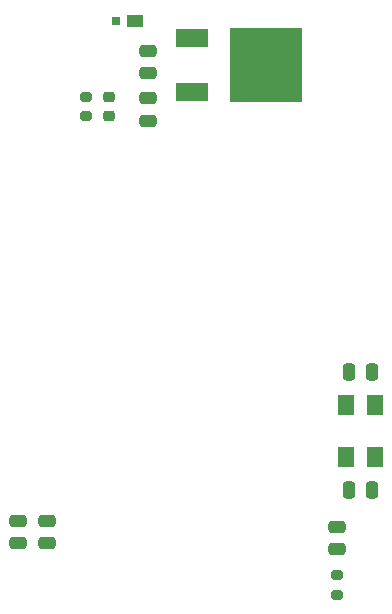
<source format=gbr>
%TF.GenerationSoftware,KiCad,Pcbnew,(6.0.4)*%
%TF.CreationDate,2022-05-17T15:50:22-07:00*%
%TF.ProjectId,Atmega32a-pu(40 pin dip) programmer,41746d65-6761-4333-9261-2d7075283430,rev?*%
%TF.SameCoordinates,Original*%
%TF.FileFunction,Paste,Top*%
%TF.FilePolarity,Positive*%
%FSLAX46Y46*%
G04 Gerber Fmt 4.6, Leading zero omitted, Abs format (unit mm)*
G04 Created by KiCad (PCBNEW (6.0.4)) date 2022-05-17 15:50:22*
%MOMM*%
%LPD*%
G01*
G04 APERTURE LIST*
G04 Aperture macros list*
%AMRoundRect*
0 Rectangle with rounded corners*
0 $1 Rounding radius*
0 $2 $3 $4 $5 $6 $7 $8 $9 X,Y pos of 4 corners*
0 Add a 4 corners polygon primitive as box body*
4,1,4,$2,$3,$4,$5,$6,$7,$8,$9,$2,$3,0*
0 Add four circle primitives for the rounded corners*
1,1,$1+$1,$2,$3*
1,1,$1+$1,$4,$5*
1,1,$1+$1,$6,$7*
1,1,$1+$1,$8,$9*
0 Add four rect primitives between the rounded corners*
20,1,$1+$1,$2,$3,$4,$5,0*
20,1,$1+$1,$4,$5,$6,$7,0*
20,1,$1+$1,$6,$7,$8,$9,0*
20,1,$1+$1,$8,$9,$2,$3,0*%
G04 Aperture macros list end*
%ADD10R,2.800000X1.500000*%
%ADD11R,6.100000X6.300000*%
%ADD12RoundRect,0.250000X-0.475000X0.250000X-0.475000X-0.250000X0.475000X-0.250000X0.475000X0.250000X0*%
%ADD13R,1.450000X1.100000*%
%ADD14R,0.800000X0.800000*%
%ADD15RoundRect,0.250000X0.250000X0.475000X-0.250000X0.475000X-0.250000X-0.475000X0.250000X-0.475000X0*%
%ADD16RoundRect,0.200000X-0.275000X0.200000X-0.275000X-0.200000X0.275000X-0.200000X0.275000X0.200000X0*%
%ADD17RoundRect,0.250000X0.475000X-0.250000X0.475000X0.250000X-0.475000X0.250000X-0.475000X-0.250000X0*%
%ADD18RoundRect,0.218750X0.256250X-0.218750X0.256250X0.218750X-0.256250X0.218750X-0.256250X-0.218750X0*%
%ADD19R,1.400000X1.800000*%
%ADD20RoundRect,0.250000X-0.250000X-0.475000X0.250000X-0.475000X0.250000X0.475000X-0.250000X0.475000X0*%
G04 APERTURE END LIST*
D10*
%TO.C,U2*%
X120250000Y-77714000D03*
D11*
X126500000Y-80000000D03*
D10*
X120250000Y-82286000D03*
%TD*%
D12*
%TO.C,C6*%
X116500000Y-78800000D03*
X116500000Y-80700000D03*
%TD*%
D13*
%TO.C,D2*%
X115400000Y-76250000D03*
D14*
X113775000Y-76250000D03*
%TD*%
D12*
%TO.C,C3*%
X108000000Y-118550000D03*
X108000000Y-120450000D03*
%TD*%
D15*
%TO.C,C5*%
X135450000Y-116000000D03*
X133550000Y-116000000D03*
%TD*%
D16*
%TO.C,R2*%
X111250000Y-82675000D03*
X111250000Y-84325000D03*
%TD*%
D17*
%TO.C,C2*%
X132500000Y-121000000D03*
X132500000Y-119100000D03*
%TD*%
D12*
%TO.C,C1*%
X105500000Y-118550000D03*
X105500000Y-120450000D03*
%TD*%
D16*
%TO.C,R1*%
X132500000Y-123175000D03*
X132500000Y-124825000D03*
%TD*%
D12*
%TO.C,C7*%
X116500000Y-82800000D03*
X116500000Y-84700000D03*
%TD*%
D18*
%TO.C,D1*%
X113250000Y-84287500D03*
X113250000Y-82712500D03*
%TD*%
D19*
%TO.C,Y1*%
X133300000Y-108800000D03*
X133300000Y-113200000D03*
X135700000Y-113200000D03*
X135700000Y-108800000D03*
%TD*%
D20*
%TO.C,C4*%
X133550000Y-106000000D03*
X135450000Y-106000000D03*
%TD*%
M02*

</source>
